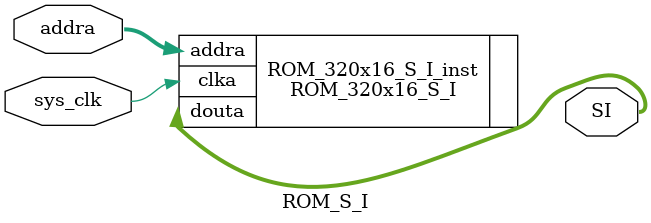
<source format=v>
`timescale 1ns / 1ps


module ROM_S_I(
    input wire              sys_clk,
    input wire  [8:0]      addra,
    output wire [15:0]      SI
    );
ROM_320x16_S_I ROM_320x16_S_I_inst
(
    .clka   (sys_clk),
    .addra  (addra),
    .douta  (SI)
);
endmodule

</source>
